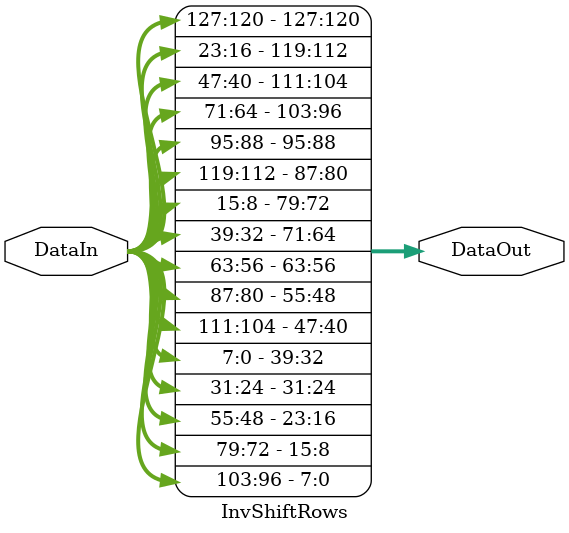
<source format=sv>
module InvShiftRows(
	input  logic [127:0] DataIn,
	output logic [127:0] DataOut
);
	// The first row of the state - No shift
	assign DataOut[127:120] = DataIn[127:120];
	assign DataOut[095:088] = DataIn[095:088];
	assign DataOut[063:056] = DataIn[063:056];
	assign DataOut[031:024] = DataIn[031:024];
	
	// The second row of the state - Shift Right 1 (Inverse of Left 1)
	assign DataOut[119:112] = DataIn[023:016];
	assign DataOut[087:080] = DataIn[119:112];
	assign DataOut[055:048] = DataIn[087:080];
	assign DataOut[023:016] = DataIn[055:048];
	
	// The third row of the state - Shift Right 2 (Inverse of Left 2)
	assign DataOut[111:104] = DataIn[047:040];
	assign DataOut[079:072] = DataIn[015:008];
	assign DataOut[047:040] = DataIn[111:104];
	assign DataOut[015:008] = DataIn[079:072];
	
	// The fourth row of the state - Shift Right 3 (Inverse of Left 3)
	assign DataOut[103:096] = DataIn[071:064];
	assign DataOut[071:064] = DataIn[039:032];
	assign DataOut[039:032] = DataIn[007:000];
	assign DataOut[007:000] = DataIn[103:096];

endmodule

</source>
